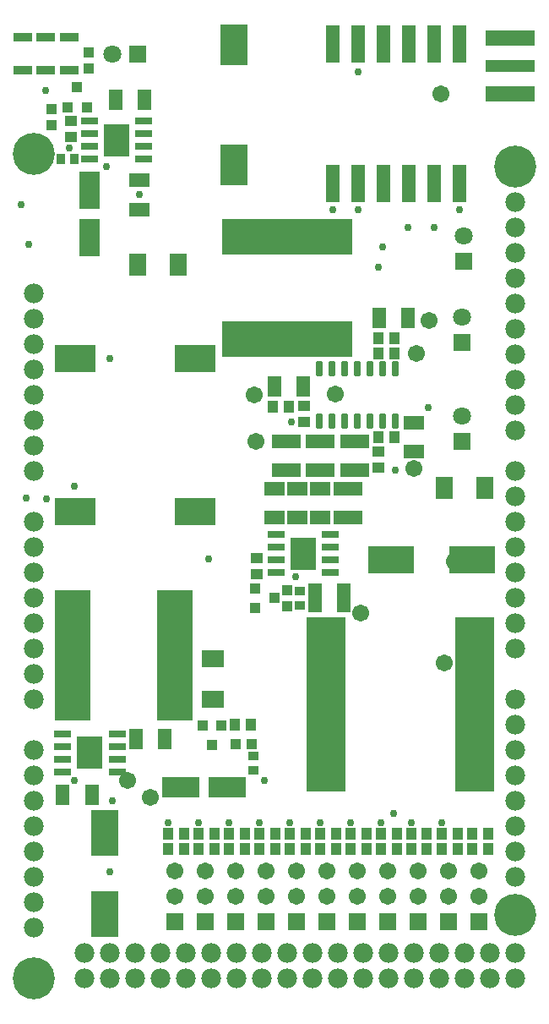
<source format=gts>
G04*
G04 #@! TF.GenerationSoftware,Altium Limited,Altium Designer,18.1.11 (251)*
G04*
G04 Layer_Color=8388736*
%FSLAX25Y25*%
%MOIN*%
G70*
G01*
G75*
%ADD30R,0.07008X0.08504*%
%ADD31R,0.19685X0.04724*%
%ADD32R,0.19685X0.06299*%
%ADD42R,0.08504X0.07008*%
%ADD46R,0.10249X0.13005*%
%ADD47R,0.06509X0.03162*%
%ADD48R,0.04343X0.03556*%
%ADD49R,0.05721X0.11233*%
%ADD50R,0.04343X0.03950*%
%ADD51R,0.03950X0.03950*%
%ADD52R,0.15170X0.69068*%
%ADD53R,0.05328X0.07887*%
%ADD54R,0.04343X0.04737*%
G04:AMPARAMS|DCode=55|XSize=29.65mil|YSize=57.21mil|CornerRadius=5.95mil|HoleSize=0mil|Usage=FLASHONLY|Rotation=180.000|XOffset=0mil|YOffset=0mil|HoleType=Round|Shape=RoundedRectangle|*
%AMROUNDEDRECTD55*
21,1,0.02965,0.04532,0,0,180.0*
21,1,0.01776,0.05721,0,0,180.0*
1,1,0.01190,-0.00888,0.02266*
1,1,0.01190,0.00888,0.02266*
1,1,0.01190,0.00888,-0.02266*
1,1,0.01190,-0.00888,-0.02266*
%
%ADD55ROUNDEDRECTD55*%
%ADD56R,0.04737X0.04343*%
%ADD57R,0.11233X0.05721*%
%ADD58R,0.07887X0.05328*%
%ADD59R,0.18123X0.11036*%
%ADD60R,0.05524X0.14580*%
%ADD61R,0.10839X0.16154*%
%ADD62R,0.07296X0.03556*%
%ADD63R,0.03950X0.04343*%
%ADD64R,0.03556X0.04343*%
%ADD65R,0.07887X0.14580*%
%ADD66R,0.16154X0.10839*%
%ADD67R,0.14186X0.51745*%
%ADD68R,0.03950X0.03950*%
%ADD69R,0.11036X0.18123*%
%ADD70R,0.51745X0.14186*%
%ADD71R,0.14580X0.07887*%
%ADD72C,0.07800*%
%ADD73C,0.07099*%
%ADD74R,0.07099X0.07099*%
%ADD75R,0.07099X0.07099*%
%ADD76R,0.06706X0.06706*%
%ADD77C,0.06706*%
%ADD78C,0.16548*%
%ADD79C,0.02965*%
D30*
X172028Y-186500D02*
D03*
X187972D02*
D03*
X66972Y-98500D02*
D03*
X51028D02*
D03*
D31*
X197917Y-20201D02*
D03*
D32*
Y-9295D02*
D03*
Y-31106D02*
D03*
D42*
X80500Y-269972D02*
D03*
Y-254028D02*
D03*
D46*
X42500Y-49500D02*
D03*
X116272Y-212500D02*
D03*
X32000Y-291000D02*
D03*
D47*
X53228Y-57000D02*
D03*
Y-52000D02*
D03*
Y-47000D02*
D03*
Y-42000D02*
D03*
X31772Y-57000D02*
D03*
Y-52000D02*
D03*
Y-47000D02*
D03*
Y-42000D02*
D03*
X127000Y-220000D02*
D03*
Y-215000D02*
D03*
Y-210000D02*
D03*
Y-205000D02*
D03*
X105543Y-220000D02*
D03*
Y-215000D02*
D03*
Y-210000D02*
D03*
Y-205000D02*
D03*
X21272Y-283500D02*
D03*
Y-288500D02*
D03*
Y-293500D02*
D03*
Y-298500D02*
D03*
X42728Y-283500D02*
D03*
Y-288500D02*
D03*
Y-293500D02*
D03*
Y-298500D02*
D03*
D48*
X115045Y-227244D02*
D03*
Y-232756D02*
D03*
X96500Y-297756D02*
D03*
Y-292244D02*
D03*
D49*
X132155Y-230000D02*
D03*
X120935D02*
D03*
D50*
X104982D02*
D03*
X97108Y-233740D02*
D03*
Y-226260D02*
D03*
D51*
X110045Y-233150D02*
D03*
Y-226850D02*
D03*
X31500Y-21150D02*
D03*
Y-14850D02*
D03*
X17000Y-43650D02*
D03*
Y-37350D02*
D03*
D52*
X183895Y-272000D02*
D03*
X125195D02*
D03*
D53*
X157709Y-119500D02*
D03*
X146291D02*
D03*
X104791Y-146500D02*
D03*
X116209D02*
D03*
X42291Y-33500D02*
D03*
X53709D02*
D03*
X61709Y-285500D02*
D03*
X50291D02*
D03*
X32906Y-307500D02*
D03*
X21094D02*
D03*
D54*
X145850Y-133500D02*
D03*
X152150D02*
D03*
X152150Y-127500D02*
D03*
X145850D02*
D03*
X104350Y-154500D02*
D03*
X110650D02*
D03*
X95650Y-280000D02*
D03*
X89350D02*
D03*
X182850Y-329000D02*
D03*
X189150D02*
D03*
X170850D02*
D03*
X177150D02*
D03*
X158746D02*
D03*
X165045D02*
D03*
X146850D02*
D03*
X153150D02*
D03*
X134850D02*
D03*
X141150D02*
D03*
X122850D02*
D03*
X129150D02*
D03*
X110850D02*
D03*
X117150D02*
D03*
X98850D02*
D03*
X105150D02*
D03*
X75045D02*
D03*
X81344D02*
D03*
X87045D02*
D03*
X93344D02*
D03*
X189150Y-323000D02*
D03*
X182850D02*
D03*
X177150D02*
D03*
X170850D02*
D03*
X165045D02*
D03*
X158746D02*
D03*
X153150D02*
D03*
X146850D02*
D03*
X141150D02*
D03*
X134850D02*
D03*
X129150D02*
D03*
X122850D02*
D03*
X117150D02*
D03*
X110850D02*
D03*
X105150D02*
D03*
X98850D02*
D03*
X93344D02*
D03*
X87045D02*
D03*
X81344D02*
D03*
X75045D02*
D03*
X63045Y-329000D02*
D03*
X69344D02*
D03*
X69344Y-323000D02*
D03*
X63045D02*
D03*
X152150Y-166500D02*
D03*
X145850D02*
D03*
D55*
X152500Y-139665D02*
D03*
X147500D02*
D03*
X142500D02*
D03*
X137500D02*
D03*
X132500D02*
D03*
X127500D02*
D03*
X122500D02*
D03*
X152500Y-160335D02*
D03*
X147500D02*
D03*
X142500D02*
D03*
X137500D02*
D03*
X132500D02*
D03*
X127500D02*
D03*
X122500D02*
D03*
D56*
X116500Y-154350D02*
D03*
Y-160650D02*
D03*
X24500Y-48150D02*
D03*
Y-41850D02*
D03*
X146000Y-172350D02*
D03*
Y-178650D02*
D03*
X98000Y-220650D02*
D03*
Y-214350D02*
D03*
D57*
X123000Y-168390D02*
D03*
Y-179610D02*
D03*
X109500Y-168390D02*
D03*
Y-179610D02*
D03*
X134045Y-198110D02*
D03*
Y-186890D02*
D03*
X136500Y-179610D02*
D03*
Y-168390D02*
D03*
D58*
X123045Y-186791D02*
D03*
Y-198209D02*
D03*
X51500Y-65095D02*
D03*
Y-76906D02*
D03*
X160000Y-160791D02*
D03*
Y-172209D02*
D03*
X114045Y-198209D02*
D03*
Y-186791D02*
D03*
X105045Y-198209D02*
D03*
Y-186791D02*
D03*
D59*
X151055Y-215000D02*
D03*
X182945D02*
D03*
D60*
X128000Y-66559D02*
D03*
X138000D02*
D03*
X148000D02*
D03*
X158000D02*
D03*
X168000D02*
D03*
X178000D02*
D03*
X128000Y-11441D02*
D03*
X138000D02*
D03*
X148000D02*
D03*
X158000D02*
D03*
X168000D02*
D03*
X178000D02*
D03*
D61*
X89000Y-11779D02*
D03*
Y-59220D02*
D03*
D62*
X5500Y-8783D02*
D03*
Y-21776D02*
D03*
X14650Y-21776D02*
D03*
Y-8783D02*
D03*
X23850Y-21776D02*
D03*
Y-8783D02*
D03*
D63*
X27000Y-28563D02*
D03*
X30740Y-36437D02*
D03*
X23260D02*
D03*
X80150Y-287937D02*
D03*
X76410Y-280063D02*
D03*
X83890D02*
D03*
D64*
X26016Y-57000D02*
D03*
X20504D02*
D03*
D65*
X32000Y-87752D02*
D03*
Y-69248D02*
D03*
D66*
X73721Y-135500D02*
D03*
X26280D02*
D03*
X73721Y-196000D02*
D03*
X26280D02*
D03*
D67*
X65697Y-252500D02*
D03*
X25303D02*
D03*
D68*
X95800Y-287500D02*
D03*
X89500D02*
D03*
D69*
X38000Y-354445D02*
D03*
Y-322555D02*
D03*
D70*
X110000Y-128000D02*
D03*
Y-87606D02*
D03*
D71*
X67748Y-304500D02*
D03*
X86252D02*
D03*
D72*
X200000Y-340000D02*
D03*
Y-330000D02*
D03*
Y-320000D02*
D03*
Y-310000D02*
D03*
Y-300000D02*
D03*
Y-290000D02*
D03*
Y-280000D02*
D03*
Y-270000D02*
D03*
Y-250000D02*
D03*
Y-240000D02*
D03*
Y-230000D02*
D03*
Y-220000D02*
D03*
Y-210000D02*
D03*
Y-200000D02*
D03*
Y-190000D02*
D03*
Y-180000D02*
D03*
X10000Y-110000D02*
D03*
Y-120000D02*
D03*
Y-130000D02*
D03*
Y-140000D02*
D03*
Y-150000D02*
D03*
Y-160000D02*
D03*
Y-170000D02*
D03*
Y-180000D02*
D03*
Y-200000D02*
D03*
Y-210000D02*
D03*
Y-220000D02*
D03*
Y-230000D02*
D03*
Y-240000D02*
D03*
Y-250000D02*
D03*
Y-260000D02*
D03*
Y-270000D02*
D03*
Y-290000D02*
D03*
Y-300000D02*
D03*
Y-310000D02*
D03*
Y-320000D02*
D03*
Y-330000D02*
D03*
Y-340000D02*
D03*
Y-350000D02*
D03*
Y-360000D02*
D03*
X30000Y-380000D02*
D03*
X40000D02*
D03*
X50000D02*
D03*
X60000D02*
D03*
X70000D02*
D03*
X80000D02*
D03*
X90000D02*
D03*
X100000D02*
D03*
X110000D02*
D03*
X120000D02*
D03*
X130000D02*
D03*
X140000D02*
D03*
X150000D02*
D03*
X160000D02*
D03*
X170000D02*
D03*
X180000D02*
D03*
X190000D02*
D03*
X30000Y-370000D02*
D03*
X40000D02*
D03*
X50000D02*
D03*
X60000D02*
D03*
X70000D02*
D03*
X80000D02*
D03*
X90000D02*
D03*
X100000D02*
D03*
X110000D02*
D03*
X200000Y-380000D02*
D03*
X120000Y-370000D02*
D03*
X130000D02*
D03*
X140000D02*
D03*
X150000D02*
D03*
X160000D02*
D03*
X170000D02*
D03*
X180000D02*
D03*
X190000D02*
D03*
X200000D02*
D03*
Y-164000D02*
D03*
Y-154000D02*
D03*
Y-74000D02*
D03*
Y-84000D02*
D03*
Y-94000D02*
D03*
Y-104000D02*
D03*
Y-114000D02*
D03*
Y-124000D02*
D03*
Y-134000D02*
D03*
Y-144000D02*
D03*
D73*
X179000Y-158150D02*
D03*
Y-119291D02*
D03*
X179500Y-87291D02*
D03*
X41000Y-15500D02*
D03*
D74*
X179000Y-168150D02*
D03*
Y-129291D02*
D03*
X179500Y-97291D02*
D03*
D75*
X51000Y-15500D02*
D03*
D76*
X65694Y-357700D02*
D03*
X77694D02*
D03*
X89694D02*
D03*
X101500D02*
D03*
X113500D02*
D03*
X125500D02*
D03*
X137500D02*
D03*
X149500D02*
D03*
X161500D02*
D03*
X173500D02*
D03*
X185500Y-357500D02*
D03*
D77*
X65694Y-347700D02*
D03*
Y-337700D02*
D03*
X77694Y-347700D02*
D03*
Y-337700D02*
D03*
X89694Y-347700D02*
D03*
Y-337700D02*
D03*
X101500Y-347700D02*
D03*
Y-337700D02*
D03*
X113500Y-347700D02*
D03*
Y-337700D02*
D03*
X125500Y-347700D02*
D03*
Y-337700D02*
D03*
X137500Y-347700D02*
D03*
Y-337700D02*
D03*
X149500Y-347700D02*
D03*
Y-337700D02*
D03*
X161500Y-347700D02*
D03*
Y-337700D02*
D03*
X173500Y-347700D02*
D03*
Y-337700D02*
D03*
X185500Y-347500D02*
D03*
Y-337500D02*
D03*
X170457Y-31106D02*
D03*
X138854Y-236000D02*
D03*
X166000Y-120500D02*
D03*
X161000Y-133500D02*
D03*
X172000Y-255500D02*
D03*
X97500Y-168390D02*
D03*
X56000Y-308500D02*
D03*
X47000Y-302000D02*
D03*
X176000Y-215500D02*
D03*
X160000Y-179000D02*
D03*
X129041Y-149541D02*
D03*
X97000Y-150000D02*
D03*
D78*
X200000Y-60000D02*
D03*
X10000Y-380000D02*
D03*
X200000Y-355000D02*
D03*
X10000Y-55000D02*
D03*
D79*
X165500Y-155000D02*
D03*
X40335Y-53831D02*
D03*
X44665D02*
D03*
X40335Y-49500D02*
D03*
X44665D02*
D03*
X40335Y-45169D02*
D03*
X44665D02*
D03*
X114106Y-208169D02*
D03*
X118437D02*
D03*
X114106Y-212500D02*
D03*
X118437D02*
D03*
X114106Y-216831D02*
D03*
X118437D02*
D03*
X34165Y-295331D02*
D03*
X29835D02*
D03*
X34165Y-291000D02*
D03*
X29835D02*
D03*
X34165Y-286669D02*
D03*
X29835D02*
D03*
X26016Y-302000D02*
D03*
X26000Y-186000D02*
D03*
X15000Y-191000D02*
D03*
X40000Y-135500D02*
D03*
X146000Y-99500D02*
D03*
X51500Y-71000D02*
D03*
X100740Y-301996D02*
D03*
X113272Y-221500D02*
D03*
X7850Y-90650D02*
D03*
X38500Y-60000D02*
D03*
X148000Y-10000D02*
D03*
X4750Y-75000D02*
D03*
X41000Y-310000D02*
D03*
X79000Y-214500D02*
D03*
X7000Y-190500D02*
D03*
X24000Y-52500D02*
D03*
X14650Y-30000D02*
D03*
X40000Y-338000D02*
D03*
X138000Y-76906D02*
D03*
X128000Y-76982D02*
D03*
X152000Y-315000D02*
D03*
X111500Y-160650D02*
D03*
X152500Y-179500D02*
D03*
X138000Y-22500D02*
D03*
X147500Y-91536D02*
D03*
X168000Y-84000D02*
D03*
X157500D02*
D03*
X178000Y-76982D02*
D03*
X170850Y-318500D02*
D03*
X158746D02*
D03*
X146850Y-318545D02*
D03*
X134850Y-318500D02*
D03*
X122850D02*
D03*
X110850Y-318545D02*
D03*
X98850D02*
D03*
X87045D02*
D03*
X75045D02*
D03*
X63045Y-318500D02*
D03*
M02*

</source>
